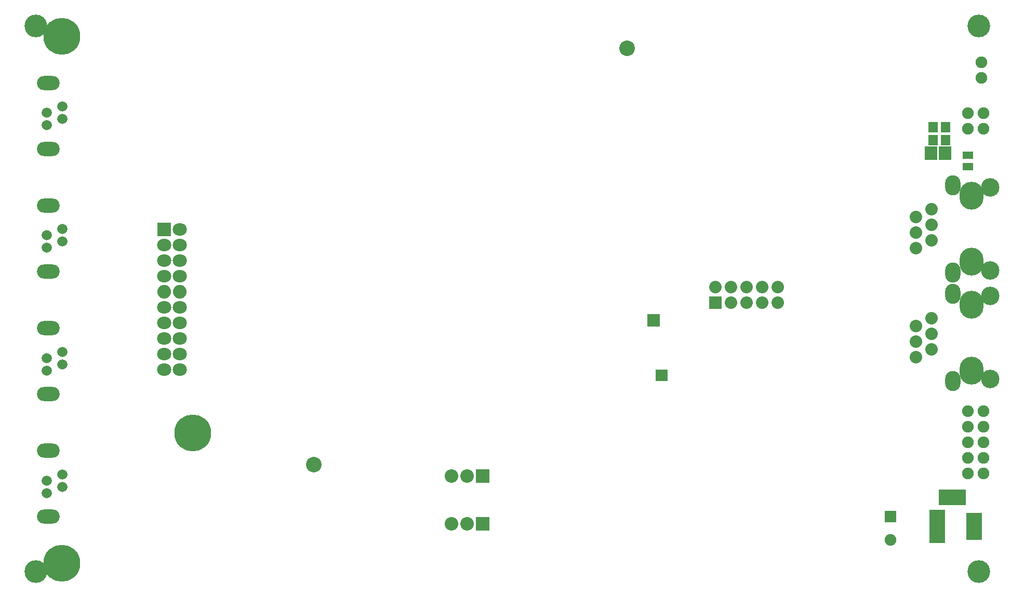
<source format=gbs>
G04 #@! TF.FileFunction,Soldermask,Bot*
%FSLAX46Y46*%
G04 Gerber Fmt 4.6, Leading zero omitted, Abs format (unit mm)*
G04 Created by KiCad (PCBNEW 4.0.4+e1-6308~48~ubuntu15.10.1-stable) date Tue Jun 20 15:03:40 2017*
%MOMM*%
%LPD*%
G01*
G04 APERTURE LIST*
%ADD10C,0.150000*%
%ADD11C,1.908000*%
%ADD12C,3.708000*%
%ADD13C,2.540000*%
%ADD14C,6.008000*%
%ADD15C,1.668000*%
%ADD16O,3.708000X2.308000*%
%ADD17R,2.235200X2.235200*%
%ADD18O,2.308000X2.008000*%
%ADD19O,2.235200X2.235200*%
%ADD20R,1.208000X1.208000*%
%ADD21R,2.032000X2.032000*%
%ADD22C,2.032000*%
%ADD23R,4.508500X2.506980*%
%ADD24R,2.506980X4.508500*%
%ADD25R,2.506980X5.509260*%
%ADD26R,1.905000X1.905000*%
%ADD27C,1.905000*%
%ADD28R,1.508000X1.758000*%
%ADD29R,2.057400X2.308860*%
%ADD30R,1.808000X1.208000*%
%ADD31R,2.208000X2.208000*%
%ADD32O,2.208000X2.208000*%
%ADD33O,2.508000X3.273000*%
%ADD34O,3.908000X4.543000*%
%ADD35C,3.008000*%
G04 APERTURE END LIST*
D10*
D11*
X220186200Y-67850000D03*
X217646200Y-67850000D03*
X220186200Y-65310000D03*
X217646200Y-65310000D03*
D12*
X219380000Y-140020000D03*
X219380000Y-51020000D03*
X65710000Y-140020000D03*
X65710000Y-51020000D03*
D11*
X219820000Y-56950000D03*
X219820000Y-59490000D03*
D13*
X162050000Y-54660000D03*
X110980000Y-122600000D03*
D14*
X91287600Y-117449600D03*
X69941200Y-138694400D03*
D15*
X70081200Y-126230000D03*
X70081200Y-124190000D03*
X67531200Y-125210000D03*
X67531200Y-127250000D03*
D16*
X67731200Y-131100000D03*
X67731200Y-120340000D03*
D15*
X70081200Y-106230000D03*
X70081200Y-104190000D03*
X67531200Y-105210000D03*
X67531200Y-107250000D03*
D16*
X67731200Y-111100000D03*
X67731200Y-100340000D03*
D15*
X70081200Y-86230000D03*
X70081200Y-84190000D03*
X67531200Y-85210000D03*
X67531200Y-87250000D03*
D16*
X67731200Y-91100000D03*
X67731200Y-80340000D03*
D15*
X70081200Y-66230000D03*
X70081200Y-64190000D03*
X67531200Y-65210000D03*
X67531200Y-67250000D03*
D16*
X67731200Y-71100000D03*
X67731200Y-60340000D03*
D17*
X86671200Y-84290000D03*
D18*
X89211200Y-84290000D03*
X86671200Y-86830000D03*
X89211200Y-86830000D03*
X86671200Y-89370000D03*
X89211200Y-89370000D03*
X86671200Y-91910000D03*
X89211200Y-91910000D03*
D19*
X86671200Y-94450000D03*
X89211200Y-94450000D03*
D18*
X86671200Y-96990000D03*
X89211200Y-96990000D03*
X86671200Y-99530000D03*
X89211200Y-99530000D03*
X86671200Y-102070000D03*
X89211200Y-102070000D03*
X86671200Y-104610000D03*
X89211200Y-104610000D03*
X86671200Y-107150000D03*
X89211200Y-107150000D03*
D20*
X167358580Y-107691440D03*
X168058580Y-107691440D03*
X168058580Y-108391440D03*
X167358580Y-108391440D03*
D21*
X176427600Y-96162000D03*
D22*
X176427600Y-93622000D03*
X178967600Y-96162000D03*
X178967600Y-93622000D03*
X181507600Y-96162000D03*
X181507600Y-93622000D03*
X184047600Y-96162000D03*
X184047600Y-93622000D03*
X186587600Y-96162000D03*
X186587600Y-93622000D03*
D23*
X215099260Y-127899400D03*
D24*
X218599380Y-132700000D03*
D25*
X212599900Y-132700000D03*
D21*
X166407600Y-99042000D03*
D11*
X220186200Y-124080000D03*
X217646200Y-124080000D03*
X220186200Y-121540000D03*
X217646200Y-121540000D03*
X220186200Y-119000000D03*
X217646200Y-119000000D03*
X220186200Y-116460000D03*
X217646200Y-116460000D03*
X220186200Y-113920000D03*
X217646200Y-113920000D03*
D26*
X205000000Y-131095000D03*
D27*
X205000000Y-134905000D03*
D28*
X211950000Y-67550000D03*
X213950000Y-67550000D03*
X211950000Y-69700000D03*
X213950000Y-69700000D03*
D29*
X213926020Y-71800000D03*
X211573980Y-71800000D03*
D30*
X217576400Y-74000400D03*
X217576400Y-72100400D03*
D14*
X69941200Y-52720000D03*
D31*
X138580000Y-124440000D03*
D32*
X136040000Y-124440000D03*
X133500000Y-124440000D03*
D31*
X138580000Y-132275000D03*
D32*
X136040000Y-132275000D03*
X133500000Y-132275000D03*
D33*
X215164480Y-91254500D03*
X215164480Y-77029500D03*
D22*
X209144140Y-84746520D03*
X209144140Y-82206520D03*
X209144140Y-87286520D03*
X211684140Y-80936520D03*
X211684140Y-83476520D03*
X211684140Y-86016520D03*
D34*
X218211940Y-89539500D03*
X218214480Y-78744500D03*
D35*
X221261940Y-77362000D03*
X221261940Y-90922000D03*
D33*
X215164480Y-109004500D03*
X215164480Y-94779500D03*
D22*
X209144140Y-102496520D03*
X209144140Y-99956520D03*
X209144140Y-105036520D03*
X211684140Y-98686520D03*
X211684140Y-101226520D03*
X211684140Y-103766520D03*
D34*
X218211940Y-107289500D03*
X218214480Y-96494500D03*
D35*
X221261940Y-95112000D03*
X221261940Y-108672000D03*
M02*

</source>
